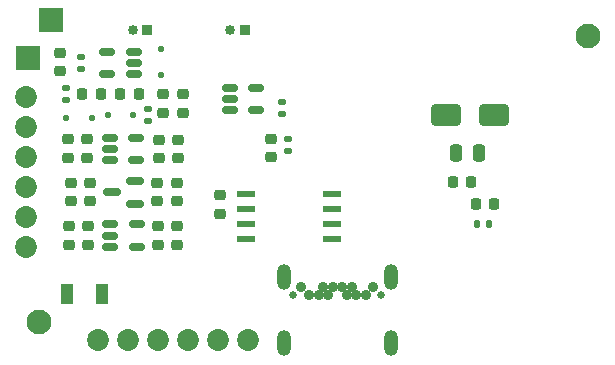
<source format=gbr>
%TF.GenerationSoftware,KiCad,Pcbnew,8.0.8*%
%TF.CreationDate,2025-02-18T00:27:10-08:00*%
%TF.ProjectId,OuterBoard_rev3.1,4f757465-7242-46f6-9172-645f72657633,rev?*%
%TF.SameCoordinates,Original*%
%TF.FileFunction,Soldermask,Bot*%
%TF.FilePolarity,Negative*%
%FSLAX46Y46*%
G04 Gerber Fmt 4.6, Leading zero omitted, Abs format (unit mm)*
G04 Created by KiCad (PCBNEW 8.0.8) date 2025-02-18 00:27:10*
%MOMM*%
%LPD*%
G01*
G04 APERTURE LIST*
G04 Aperture macros list*
%AMRoundRect*
0 Rectangle with rounded corners*
0 $1 Rounding radius*
0 $2 $3 $4 $5 $6 $7 $8 $9 X,Y pos of 4 corners*
0 Add a 4 corners polygon primitive as box body*
4,1,4,$2,$3,$4,$5,$6,$7,$8,$9,$2,$3,0*
0 Add four circle primitives for the rounded corners*
1,1,$1+$1,$2,$3*
1,1,$1+$1,$4,$5*
1,1,$1+$1,$6,$7*
1,1,$1+$1,$8,$9*
0 Add four rect primitives between the rounded corners*
20,1,$1+$1,$2,$3,$4,$5,0*
20,1,$1+$1,$4,$5,$6,$7,0*
20,1,$1+$1,$6,$7,$8,$9,0*
20,1,$1+$1,$8,$9,$2,$3,0*%
G04 Aperture macros list end*
%ADD10C,1.854000*%
%ADD11C,0.650000*%
%ADD12C,0.904000*%
%ADD13O,1.204000X2.204000*%
%ADD14C,2.100000*%
%ADD15R,2.000000X2.000000*%
%ADD16R,0.850000X0.850000*%
%ADD17C,0.850000*%
%ADD18RoundRect,0.225000X-0.250000X0.225000X-0.250000X-0.225000X0.250000X-0.225000X0.250000X0.225000X0*%
%ADD19RoundRect,0.225000X0.225000X0.250000X-0.225000X0.250000X-0.225000X-0.250000X0.225000X-0.250000X0*%
%ADD20R,1.549400X0.558800*%
%ADD21R,1.117600X1.803400*%
%ADD22RoundRect,0.250000X-0.250000X-0.475000X0.250000X-0.475000X0.250000X0.475000X-0.250000X0.475000X0*%
%ADD23RoundRect,0.150000X0.512500X0.150000X-0.512500X0.150000X-0.512500X-0.150000X0.512500X-0.150000X0*%
%ADD24RoundRect,0.250000X1.000000X0.650000X-1.000000X0.650000X-1.000000X-0.650000X1.000000X-0.650000X0*%
%ADD25RoundRect,0.218750X-0.256250X0.218750X-0.256250X-0.218750X0.256250X-0.218750X0.256250X0.218750X0*%
%ADD26RoundRect,0.135000X-0.185000X0.135000X-0.185000X-0.135000X0.185000X-0.135000X0.185000X0.135000X0*%
%ADD27RoundRect,0.147500X0.172500X-0.147500X0.172500X0.147500X-0.172500X0.147500X-0.172500X-0.147500X0*%
%ADD28RoundRect,0.150000X-0.512500X-0.150000X0.512500X-0.150000X0.512500X0.150000X-0.512500X0.150000X0*%
%ADD29RoundRect,0.125000X-0.125000X-0.125000X0.125000X-0.125000X0.125000X0.125000X-0.125000X0.125000X0*%
%ADD30RoundRect,0.135000X0.135000X0.185000X-0.135000X0.185000X-0.135000X-0.185000X0.135000X-0.185000X0*%
%ADD31RoundRect,0.150000X0.587500X0.150000X-0.587500X0.150000X-0.587500X-0.150000X0.587500X-0.150000X0*%
%ADD32RoundRect,0.140000X0.170000X-0.140000X0.170000X0.140000X-0.170000X0.140000X-0.170000X-0.140000X0*%
%ADD33RoundRect,0.135000X0.185000X-0.135000X0.185000X0.135000X-0.185000X0.135000X-0.185000X-0.135000X0*%
%ADD34RoundRect,0.125000X-0.125000X0.125000X-0.125000X-0.125000X0.125000X-0.125000X0.125000X0.125000X0*%
G04 APERTURE END LIST*
D10*
%TO.C,J2*%
X115620800Y-104013000D03*
X118160800Y-104013000D03*
X120700800Y-104013000D03*
X123240800Y-104013000D03*
X125780800Y-104013000D03*
X128320800Y-104013000D03*
%TD*%
D11*
%TO.C,J42*%
X132203400Y-100203000D03*
X139653400Y-100203000D03*
D12*
X138978400Y-99503000D03*
X138328400Y-100203000D03*
X137528400Y-100203000D03*
X137128400Y-99503000D03*
X136728400Y-100203000D03*
X136328400Y-99503000D03*
X135528400Y-99503000D03*
X135128400Y-100203000D03*
X134728400Y-99503000D03*
X134328400Y-100203000D03*
X133528400Y-100203000D03*
X132878400Y-99503000D03*
D13*
X131428400Y-98703000D03*
X140428400Y-98703000D03*
X131428400Y-104303000D03*
X140428400Y-104303000D03*
%TD*%
D14*
%TO.C,H1*%
X110693200Y-102489000D03*
%TD*%
%TO.C,H2*%
X157149800Y-78282800D03*
%TD*%
D15*
%TO.C,TP1*%
X109728000Y-80137000D03*
%TD*%
D16*
%TO.C,J3*%
X119837200Y-77800200D03*
D17*
X118587200Y-77800200D03*
%TD*%
D16*
%TO.C,J4*%
X128117600Y-77749400D03*
D17*
X126867600Y-77749400D03*
%TD*%
D15*
%TO.C,TP2*%
X111683800Y-76962000D03*
%TD*%
D10*
%TO.C,J1*%
X109524800Y-96113600D03*
X109524800Y-93573600D03*
X109524800Y-91033600D03*
X109524800Y-88493600D03*
X109524800Y-85953600D03*
X109524800Y-83413600D03*
%TD*%
D18*
%TO.C,C16*%
X122453400Y-87093800D03*
X122453400Y-88643800D03*
%TD*%
%TO.C,C27*%
X122301000Y-90728800D03*
X122301000Y-92278800D03*
%TD*%
D19*
%TO.C,C12*%
X147244400Y-90627200D03*
X145694400Y-90627200D03*
%TD*%
D20*
%TO.C,U2*%
X135432900Y-91643200D03*
X135432900Y-92913200D03*
X135432900Y-94183200D03*
X135432900Y-95453200D03*
X128168500Y-95453200D03*
X128168500Y-94183200D03*
X128168500Y-92913200D03*
X128168500Y-91643200D03*
%TD*%
D18*
%TO.C,C7*%
X121183400Y-83235800D03*
X121183400Y-84785800D03*
%TD*%
D21*
%TO.C,F1*%
X113004600Y-100152200D03*
X116001800Y-100152200D03*
%TD*%
D18*
%TO.C,C24*%
X120700800Y-94411800D03*
X120700800Y-95961800D03*
%TD*%
%TO.C,C20*%
X113334800Y-90703400D03*
X113334800Y-92253400D03*
%TD*%
%TO.C,C21*%
X114833400Y-94411800D03*
X114833400Y-95961800D03*
%TD*%
D22*
%TO.C,FB1*%
X145973800Y-88163400D03*
X147873800Y-88163400D03*
%TD*%
D23*
%TO.C,U3*%
X118688700Y-79618800D03*
X118688700Y-80568800D03*
X118688700Y-81518800D03*
X116413700Y-81518800D03*
X116413700Y-79618800D03*
%TD*%
D18*
%TO.C,C11*%
X113131600Y-87043000D03*
X113131600Y-88593000D03*
%TD*%
D19*
%TO.C,C8*%
X115874800Y-83159600D03*
X114324800Y-83159600D03*
%TD*%
D24*
%TO.C,D7*%
X149142200Y-84937600D03*
X145142200Y-84937600D03*
%TD*%
D25*
%TO.C,D13*%
X112445800Y-79705100D03*
X112445800Y-81280100D03*
%TD*%
D26*
%TO.C,R25*%
X112903000Y-82651600D03*
X112903000Y-83671600D03*
%TD*%
D27*
%TO.C,L2*%
X131775200Y-87988000D03*
X131775200Y-87018000D03*
%TD*%
D19*
%TO.C,C14*%
X149199600Y-92481400D03*
X147649600Y-92481400D03*
%TD*%
D28*
%TO.C,U4*%
X116636800Y-88793400D03*
X116636800Y-87843400D03*
X116636800Y-86893400D03*
X118911800Y-86893400D03*
X118911800Y-88793400D03*
%TD*%
D19*
%TO.C,C4*%
X119100600Y-83159600D03*
X117550600Y-83159600D03*
%TD*%
D18*
%TO.C,C26*%
X122326400Y-94411800D03*
X122326400Y-95961800D03*
%TD*%
D29*
%TO.C,D11*%
X116459000Y-85013800D03*
X118659000Y-85013800D03*
%TD*%
D26*
%TO.C,R4*%
X114249200Y-80058800D03*
X114249200Y-81078800D03*
%TD*%
D30*
%TO.C,R5*%
X148742400Y-94183200D03*
X147722400Y-94183200D03*
%TD*%
D31*
%TO.C,U6*%
X118745000Y-90576400D03*
X118745000Y-92476400D03*
X116870000Y-91526400D03*
%TD*%
D18*
%TO.C,C25*%
X120650000Y-90728800D03*
X120650000Y-92278800D03*
%TD*%
D32*
%TO.C,C2*%
X119862600Y-85468400D03*
X119862600Y-84508400D03*
%TD*%
D18*
%TO.C,C22*%
X114985800Y-90703400D03*
X114985800Y-92253400D03*
%TD*%
%TO.C,C38*%
X130327400Y-87020400D03*
X130327400Y-88570400D03*
%TD*%
D29*
%TO.C,D10*%
X112946000Y-85191600D03*
X115146000Y-85191600D03*
%TD*%
D18*
%TO.C,C44*%
X126009400Y-91782600D03*
X126009400Y-93332600D03*
%TD*%
D28*
%TO.C,U5*%
X116647800Y-96134000D03*
X116647800Y-95184000D03*
X116647800Y-94234000D03*
X118922800Y-94234000D03*
X118922800Y-96134000D03*
%TD*%
D18*
%TO.C,C10*%
X114757200Y-87045800D03*
X114757200Y-88595800D03*
%TD*%
D33*
%TO.C,R1*%
X131267200Y-84888800D03*
X131267200Y-83868800D03*
%TD*%
D18*
%TO.C,C3*%
X122885200Y-83235800D03*
X122885200Y-84785800D03*
%TD*%
%TO.C,C19*%
X113233200Y-94411800D03*
X113233200Y-95961800D03*
%TD*%
%TO.C,C13*%
X120802400Y-87096600D03*
X120802400Y-88646600D03*
%TD*%
D34*
%TO.C,D6*%
X120954800Y-79400400D03*
X120954800Y-81600400D03*
%TD*%
D28*
%TO.C,U1*%
X126796800Y-84551600D03*
X126796800Y-83601600D03*
X126796800Y-82651600D03*
X129071800Y-82651600D03*
X129071800Y-84551600D03*
%TD*%
M02*

</source>
